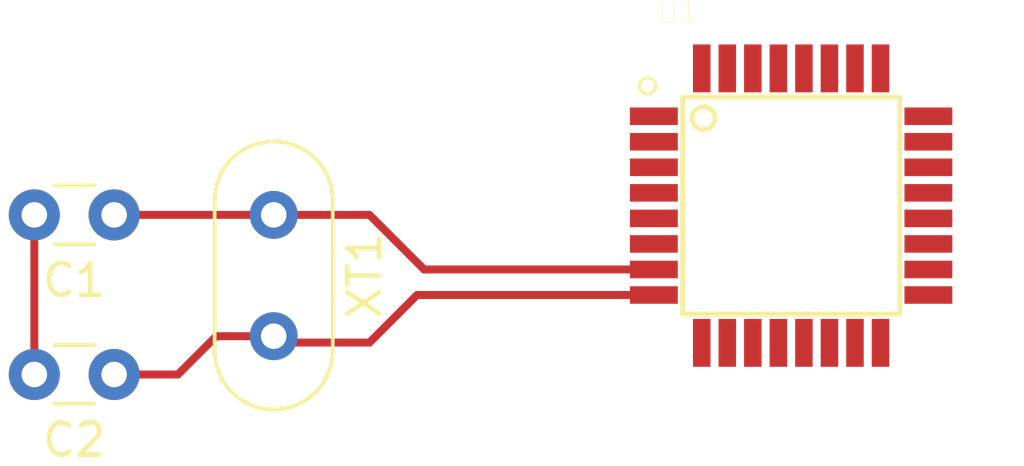
<source format=kicad_pcb>
(kicad_pcb (version 20171130) (host pcbnew "(5.1.5)-3")

  (general
    (thickness 1.6)
    (drawings 0)
    (tracks 12)
    (zones 0)
    (modules 4)
    (nets 31)
  )

  (page A4)
  (layers
    (0 F.Cu signal)
    (31 B.Cu signal)
    (32 B.Adhes user)
    (33 F.Adhes user)
    (34 B.Paste user)
    (35 F.Paste user)
    (36 B.SilkS user)
    (37 F.SilkS user)
    (38 B.Mask user)
    (39 F.Mask user)
    (40 Dwgs.User user)
    (41 Cmts.User user)
    (42 Eco1.User user)
    (43 Eco2.User user)
    (44 Edge.Cuts user)
    (45 Margin user)
    (46 B.CrtYd user)
    (47 F.CrtYd user)
    (48 B.Fab user)
    (49 F.Fab user)
  )

  (setup
    (last_trace_width 0.25)
    (trace_clearance 0.2)
    (zone_clearance 0.508)
    (zone_45_only no)
    (trace_min 0.2)
    (via_size 0.8)
    (via_drill 0.4)
    (via_min_size 0.4)
    (via_min_drill 0.3)
    (uvia_size 0.3)
    (uvia_drill 0.1)
    (uvias_allowed no)
    (uvia_min_size 0.2)
    (uvia_min_drill 0.1)
    (edge_width 0.05)
    (segment_width 0.2)
    (pcb_text_width 0.3)
    (pcb_text_size 1.5 1.5)
    (mod_edge_width 0.12)
    (mod_text_size 1 1)
    (mod_text_width 0.15)
    (pad_size 1.524 1.524)
    (pad_drill 0.762)
    (pad_to_mask_clearance 0.051)
    (solder_mask_min_width 0.25)
    (aux_axis_origin 0 0)
    (visible_elements 7FFFFFFF)
    (pcbplotparams
      (layerselection 0x010fc_ffffffff)
      (usegerberextensions false)
      (usegerberattributes false)
      (usegerberadvancedattributes false)
      (creategerberjobfile false)
      (excludeedgelayer true)
      (linewidth 0.100000)
      (plotframeref false)
      (viasonmask false)
      (mode 1)
      (useauxorigin false)
      (hpglpennumber 1)
      (hpglpenspeed 20)
      (hpglpendiameter 15.000000)
      (psnegative false)
      (psa4output false)
      (plotreference true)
      (plotvalue true)
      (plotinvisibletext false)
      (padsonsilk false)
      (subtractmaskfromsilk false)
      (outputformat 1)
      (mirror false)
      (drillshape 1)
      (scaleselection 1)
      (outputdirectory ""))
  )

  (net 0 "")
  (net 1 "Net-(U1-Pad32)")
  (net 2 "Net-(U1-Pad31)")
  (net 3 "Net-(U1-Pad30)")
  (net 4 "Net-(U1-Pad29)")
  (net 5 "Net-(U1-Pad28)")
  (net 6 "Net-(U1-Pad27)")
  (net 7 "Net-(U1-Pad26)")
  (net 8 "Net-(U1-Pad25)")
  (net 9 "Net-(U1-Pad24)")
  (net 10 "Net-(U1-Pad23)")
  (net 11 "Net-(U1-Pad22)")
  (net 12 "Net-(U1-Pad21)")
  (net 13 "Net-(U1-Pad20)")
  (net 14 "Net-(U1-Pad19)")
  (net 15 "Net-(U1-Pad18)")
  (net 16 "Net-(U1-Pad17)")
  (net 17 "Net-(U1-Pad16)")
  (net 18 "Net-(U1-Pad15)")
  (net 19 "Net-(U1-Pad14)")
  (net 20 "Net-(U1-Pad13)")
  (net 21 "Net-(U1-Pad12)")
  (net 22 "Net-(U1-Pad11)")
  (net 23 "Net-(U1-Pad10)")
  (net 24 "Net-(U1-Pad9)")
  (net 25 "Net-(U1-Pad4)")
  (net 26 "Net-(U1-Pad2)")
  (net 27 "Net-(U1-Pad1)")
  (net 28 GND)
  (net 29 "Net-(C1-Pad1)")
  (net 30 "Net-(C2-Pad1)")

  (net_class Default "This is the default net class."
    (clearance 0.2)
    (trace_width 0.25)
    (via_dia 0.8)
    (via_drill 0.4)
    (uvia_dia 0.3)
    (uvia_drill 0.1)
    (add_net GND)
    (add_net "Net-(C1-Pad1)")
    (add_net "Net-(C2-Pad1)")
    (add_net "Net-(U1-Pad1)")
    (add_net "Net-(U1-Pad10)")
    (add_net "Net-(U1-Pad11)")
    (add_net "Net-(U1-Pad12)")
    (add_net "Net-(U1-Pad13)")
    (add_net "Net-(U1-Pad14)")
    (add_net "Net-(U1-Pad15)")
    (add_net "Net-(U1-Pad16)")
    (add_net "Net-(U1-Pad17)")
    (add_net "Net-(U1-Pad18)")
    (add_net "Net-(U1-Pad19)")
    (add_net "Net-(U1-Pad2)")
    (add_net "Net-(U1-Pad20)")
    (add_net "Net-(U1-Pad21)")
    (add_net "Net-(U1-Pad22)")
    (add_net "Net-(U1-Pad23)")
    (add_net "Net-(U1-Pad24)")
    (add_net "Net-(U1-Pad25)")
    (add_net "Net-(U1-Pad26)")
    (add_net "Net-(U1-Pad27)")
    (add_net "Net-(U1-Pad28)")
    (add_net "Net-(U1-Pad29)")
    (add_net "Net-(U1-Pad30)")
    (add_net "Net-(U1-Pad31)")
    (add_net "Net-(U1-Pad32)")
    (add_net "Net-(U1-Pad4)")
    (add_net "Net-(U1-Pad9)")
  )

  (module Crystal:Crystal_HC52-U_Vertical (layer F.Cu) (tedit 5A1AD3B8) (tstamp 5F0E2686)
    (at 140 93 270)
    (descr "Crystal THT HC-52/U, http://www.kvg-gmbh.de/assets/uploads/files/product_pdfs/XS71xx.pdf")
    (tags "THT crystal HC-52/U")
    (path /5F0DD00C)
    (fp_text reference XT1 (at 1.9 -2.85 90) (layer F.SilkS)
      (effects (font (size 1 1) (thickness 0.15)))
    )
    (fp_text value Crystal (at 1.9 2.85 90) (layer F.Fab)
      (effects (font (size 1 1) (thickness 0.15)))
    )
    (fp_arc (start 4.25 0) (end 4.25 -1.85) (angle 180) (layer F.SilkS) (width 0.12))
    (fp_arc (start -0.45 0) (end -0.45 -1.85) (angle -180) (layer F.SilkS) (width 0.12))
    (fp_arc (start 4.25 0) (end 4.25 -1.15) (angle 180) (layer F.Fab) (width 0.1))
    (fp_arc (start -0.45 0) (end -0.45 -1.15) (angle -180) (layer F.Fab) (width 0.1))
    (fp_arc (start 4.25 0) (end 4.25 -1.65) (angle 180) (layer F.Fab) (width 0.1))
    (fp_arc (start -0.45 0) (end -0.45 -1.65) (angle -180) (layer F.Fab) (width 0.1))
    (fp_line (start 6.4 -2.1) (end -2.6 -2.1) (layer F.CrtYd) (width 0.05))
    (fp_line (start 6.4 2.1) (end 6.4 -2.1) (layer F.CrtYd) (width 0.05))
    (fp_line (start -2.6 2.1) (end 6.4 2.1) (layer F.CrtYd) (width 0.05))
    (fp_line (start -2.6 -2.1) (end -2.6 2.1) (layer F.CrtYd) (width 0.05))
    (fp_line (start -0.45 1.85) (end 4.25 1.85) (layer F.SilkS) (width 0.12))
    (fp_line (start -0.45 -1.85) (end 4.25 -1.85) (layer F.SilkS) (width 0.12))
    (fp_line (start -0.45 1.15) (end 4.25 1.15) (layer F.Fab) (width 0.1))
    (fp_line (start -0.45 -1.15) (end 4.25 -1.15) (layer F.Fab) (width 0.1))
    (fp_line (start -0.45 1.65) (end 4.25 1.65) (layer F.Fab) (width 0.1))
    (fp_line (start -0.45 -1.65) (end 4.25 -1.65) (layer F.Fab) (width 0.1))
    (fp_text user %R (at 1.9 0 90) (layer F.Fab)
      (effects (font (size 1 1) (thickness 0.15)))
    )
    (pad 2 thru_hole circle (at 3.8 0 270) (size 1.5 1.5) (drill 0.8) (layers *.Cu *.Mask)
      (net 30 "Net-(C2-Pad1)"))
    (pad 1 thru_hole circle (at 0 0 270) (size 1.5 1.5) (drill 0.8) (layers *.Cu *.Mask)
      (net 29 "Net-(C1-Pad1)"))
    (model ${KISYS3DMOD}/Crystal.3dshapes/Crystal_HC52-U_Vertical.wrl
      (at (xyz 0 0 0))
      (scale (xyz 1 1 1))
      (rotate (xyz 0 0 0))
    )
  )

  (module Capacitor_THT:C_Disc_D3.0mm_W1.6mm_P2.50mm (layer F.Cu) (tedit 5AE50EF0) (tstamp 5F0E25D5)
    (at 135 98 180)
    (descr "C, Disc series, Radial, pin pitch=2.50mm, , diameter*width=3.0*1.6mm^2, Capacitor, http://www.vishay.com/docs/45233/krseries.pdf")
    (tags "C Disc series Radial pin pitch 2.50mm  diameter 3.0mm width 1.6mm Capacitor")
    (path /5F0DECE8)
    (fp_text reference C2 (at 1.25 -2.05) (layer F.SilkS)
      (effects (font (size 1 1) (thickness 0.15)))
    )
    (fp_text value 22pF (at 1.25 2.05) (layer F.Fab)
      (effects (font (size 1 1) (thickness 0.15)))
    )
    (fp_text user %R (at 1.25 0) (layer F.Fab)
      (effects (font (size 0.6 0.6) (thickness 0.09)))
    )
    (fp_line (start 3.55 -1.05) (end -1.05 -1.05) (layer F.CrtYd) (width 0.05))
    (fp_line (start 3.55 1.05) (end 3.55 -1.05) (layer F.CrtYd) (width 0.05))
    (fp_line (start -1.05 1.05) (end 3.55 1.05) (layer F.CrtYd) (width 0.05))
    (fp_line (start -1.05 -1.05) (end -1.05 1.05) (layer F.CrtYd) (width 0.05))
    (fp_line (start 0.621 0.92) (end 1.879 0.92) (layer F.SilkS) (width 0.12))
    (fp_line (start 0.621 -0.92) (end 1.879 -0.92) (layer F.SilkS) (width 0.12))
    (fp_line (start 2.75 -0.8) (end -0.25 -0.8) (layer F.Fab) (width 0.1))
    (fp_line (start 2.75 0.8) (end 2.75 -0.8) (layer F.Fab) (width 0.1))
    (fp_line (start -0.25 0.8) (end 2.75 0.8) (layer F.Fab) (width 0.1))
    (fp_line (start -0.25 -0.8) (end -0.25 0.8) (layer F.Fab) (width 0.1))
    (pad 2 thru_hole circle (at 2.5 0 180) (size 1.6 1.6) (drill 0.8) (layers *.Cu *.Mask)
      (net 28 GND))
    (pad 1 thru_hole circle (at 0 0 180) (size 1.6 1.6) (drill 0.8) (layers *.Cu *.Mask)
      (net 30 "Net-(C2-Pad1)"))
    (model ${KISYS3DMOD}/Capacitor_THT.3dshapes/C_Disc_D3.0mm_W1.6mm_P2.50mm.wrl
      (at (xyz 0 0 0))
      (scale (xyz 1 1 1))
      (rotate (xyz 0 0 0))
    )
  )

  (module Capacitor_THT:C_Disc_D3.0mm_W1.6mm_P2.50mm (layer F.Cu) (tedit 5AE50EF0) (tstamp 5F0E25C4)
    (at 135 93 180)
    (descr "C, Disc series, Radial, pin pitch=2.50mm, , diameter*width=3.0*1.6mm^2, Capacitor, http://www.vishay.com/docs/45233/krseries.pdf")
    (tags "C Disc series Radial pin pitch 2.50mm  diameter 3.0mm width 1.6mm Capacitor")
    (path /5F0DE508)
    (fp_text reference C1 (at 1.25 -2.05) (layer F.SilkS)
      (effects (font (size 1 1) (thickness 0.15)))
    )
    (fp_text value 22pF (at 1.25 2.05) (layer F.Fab)
      (effects (font (size 1 1) (thickness 0.15)))
    )
    (fp_text user %R (at 1.25 0) (layer F.Fab)
      (effects (font (size 0.6 0.6) (thickness 0.09)))
    )
    (fp_line (start 3.55 -1.05) (end -1.05 -1.05) (layer F.CrtYd) (width 0.05))
    (fp_line (start 3.55 1.05) (end 3.55 -1.05) (layer F.CrtYd) (width 0.05))
    (fp_line (start -1.05 1.05) (end 3.55 1.05) (layer F.CrtYd) (width 0.05))
    (fp_line (start -1.05 -1.05) (end -1.05 1.05) (layer F.CrtYd) (width 0.05))
    (fp_line (start 0.621 0.92) (end 1.879 0.92) (layer F.SilkS) (width 0.12))
    (fp_line (start 0.621 -0.92) (end 1.879 -0.92) (layer F.SilkS) (width 0.12))
    (fp_line (start 2.75 -0.8) (end -0.25 -0.8) (layer F.Fab) (width 0.1))
    (fp_line (start 2.75 0.8) (end 2.75 -0.8) (layer F.Fab) (width 0.1))
    (fp_line (start -0.25 0.8) (end 2.75 0.8) (layer F.Fab) (width 0.1))
    (fp_line (start -0.25 -0.8) (end -0.25 0.8) (layer F.Fab) (width 0.1))
    (pad 2 thru_hole circle (at 2.5 0 180) (size 1.6 1.6) (drill 0.8) (layers *.Cu *.Mask)
      (net 28 GND))
    (pad 1 thru_hole circle (at 0 0 180) (size 1.6 1.6) (drill 0.8) (layers *.Cu *.Mask)
      (net 29 "Net-(C1-Pad1)"))
    (model ${KISYS3DMOD}/Capacitor_THT.3dshapes/C_Disc_D3.0mm_W1.6mm_P2.50mm.wrl
      (at (xyz 0 0 0))
      (scale (xyz 1 1 1))
      (rotate (xyz 0 0 0))
    )
  )

  (module Package_QFP:QFP80P900X900X120-32N (layer F.Cu) (tedit 5F0CA32D) (tstamp 5F0CA863)
    (at 156.21 92.71)
    (path /5F0CA6ED)
    (fp_text reference U1 (at -3.54484 -6.040426) (layer F.SilkS)
      (effects (font (size 0.64149 0.64149) (thickness 0.015)))
    )
    (fp_text value ATMEGA328P-ANR (at 3.01691 6.11396) (layer F.Fab)
      (effects (font (size 0.641087 0.641087) (thickness 0.015)))
    )
    (fp_circle (center -4.5 -3.75) (end -4.246 -3.75) (layer F.SilkS) (width 0.1))
    (fp_line (start -5.5 -5.5) (end -5.5 5.5) (layer F.CrtYd) (width 0.05))
    (fp_line (start 5.5 -5.5) (end -5.5 -5.5) (layer F.CrtYd) (width 0.05))
    (fp_line (start 5.5 5.5) (end 5.5 -5.5) (layer F.CrtYd) (width 0.05))
    (fp_line (start -5.5 5.5) (end 5.5 5.5) (layer F.CrtYd) (width 0.05))
    (fp_poly (pts (xy -3.03523 -4.4966) (xy -2.5714 -4.4966) (xy -2.5714 -3.51368) (xy -3.03523 -3.51368)) (layer F.Fab) (width 0.01))
    (fp_poly (pts (xy -2.22981 -4.4966) (xy -1.7714 -4.4966) (xy -1.7714 -3.5079) (xy -2.22981 -3.5079)) (layer F.Fab) (width 0.01))
    (fp_poly (pts (xy -1.43175 -4.4966) (xy -0.9714 -4.4966) (xy -0.9714 -3.51372) (xy -1.43175 -3.51372)) (layer F.Fab) (width 0.01))
    (fp_poly (pts (xy -0.629816 -4.4966) (xy -0.1714 -4.4966) (xy -0.1714 -3.51279) (xy -0.629816 -3.51279)) (layer F.Fab) (width 0.01))
    (fp_poly (pts (xy 0.171692 -4.4966) (xy 0.6286 -4.4966) (xy 0.6286 -3.51198) (xy 0.171692 -3.51198)) (layer F.Fab) (width 0.01))
    (fp_poly (pts (xy 0.973177 -4.4966) (xy 1.4286 -4.4966) (xy 1.4286 -3.51242) (xy 0.973177 -3.51242)) (layer F.Fab) (width 0.01))
    (fp_poly (pts (xy 1.77352 -4.4966) (xy 2.2286 -4.4966) (xy 2.2286 -3.5102) (xy 1.77352 -3.5102)) (layer F.Fab) (width 0.01))
    (fp_poly (pts (xy 2.57283 -4.4966) (xy 3.0286 -4.4966) (xy 3.0286 -3.50795) (xy 2.57283 -3.50795)) (layer F.Fab) (width 0.01))
    (fp_poly (pts (xy 3.50918 -3.0286) (xy 4.4966 -3.0286) (xy 4.4966 -2.57373) (xy 3.50918 -2.57373)) (layer F.Fab) (width 0.01))
    (fp_poly (pts (xy 3.51175 -2.2286) (xy 4.4966 -2.2286) (xy 4.4966 -1.7743) (xy 3.51175 -1.7743)) (layer F.Fab) (width 0.01))
    (fp_poly (pts (xy 3.51256 -1.4286) (xy 4.4966 -1.4286) (xy 4.4966 -0.973218) (xy 3.51256 -0.973218)) (layer F.Fab) (width 0.01))
    (fp_poly (pts (xy 3.51265 -0.6286) (xy 4.4966 -0.6286) (xy 4.4966 -0.171725) (xy 3.51265 -0.171725)) (layer F.Fab) (width 0.01))
    (fp_poly (pts (xy 3.51266 0.1714) (xy 4.4966 0.1714) (xy 4.4966 0.629793) (xy 3.51266 0.629793)) (layer F.Fab) (width 0.01))
    (fp_poly (pts (xy 3.51719 0.9714) (xy 4.4966 0.9714) (xy 4.4966 1.43316) (xy 3.51719 1.43316)) (layer F.Fab) (width 0.01))
    (fp_poly (pts (xy 3.51315 1.7714) (xy 4.4966 1.7714) (xy 4.4966 2.23315) (xy 3.51315 2.23315)) (layer F.Fab) (width 0.01))
    (fp_poly (pts (xy 3.5106 2.5714) (xy 4.4966 2.5714) (xy 4.4966 3.03258) (xy 3.5106 3.03258)) (layer F.Fab) (width 0.01))
    (fp_poly (pts (xy 2.57367 3.506) (xy 3.0286 3.506) (xy 3.0286 4.50057) (xy 2.57367 4.50057)) (layer F.Fab) (width 0.01))
    (fp_poly (pts (xy 1.77689 3.506) (xy 2.2286 3.506) (xy 2.2286 4.51055) (xy 1.77689 4.51055)) (layer F.Fab) (width 0.01))
    (fp_poly (pts (xy 0.973587 3.506) (xy 1.4286 3.506) (xy 1.4286 4.50673) (xy 0.973587 4.50673)) (layer F.Fab) (width 0.01))
    (fp_poly (pts (xy 0.171724 3.506) (xy 0.6286 3.506) (xy 0.6286 4.5051) (xy 0.171724 4.5051)) (layer F.Fab) (width 0.01))
    (fp_poly (pts (xy -0.629337 3.506) (xy -0.1714 3.506) (xy -0.1714 4.50188) (xy -0.629337 4.50188)) (layer F.Fab) (width 0.01))
    (fp_poly (pts (xy -1.4323 3.506) (xy -0.9714 3.506) (xy -0.9714 4.50824) (xy -1.4323 4.50824)) (layer F.Fab) (width 0.01))
    (fp_poly (pts (xy -2.23089 3.506) (xy -1.7714 3.506) (xy -1.7714 4.50122) (xy -2.23089 4.50122)) (layer F.Fab) (width 0.01))
    (fp_poly (pts (xy -3.03582 3.506) (xy -2.5714 3.506) (xy -2.5714 4.50732) (xy -3.03582 4.50732)) (layer F.Fab) (width 0.01))
    (fp_poly (pts (xy -4.49966 2.5714) (xy -3.506 2.5714) (xy -3.506 3.03066) (xy -4.49966 3.03066)) (layer F.Fab) (width 0.01))
    (fp_poly (pts (xy -4.51406 1.7714) (xy -3.506 1.7714) (xy -3.506 2.23726) (xy -4.51406 2.23726)) (layer F.Fab) (width 0.01))
    (fp_poly (pts (xy -4.50606 0.9714) (xy -3.506 0.9714) (xy -3.506 1.43161) (xy -4.50606 1.43161)) (layer F.Fab) (width 0.01))
    (fp_poly (pts (xy -4.50623 0.1714) (xy -3.506 0.1714) (xy -3.506 0.629946) (xy -4.50623 0.629946)) (layer F.Fab) (width 0.01))
    (fp_poly (pts (xy -4.5014 -0.6286) (xy -3.506 -0.6286) (xy -3.506 -0.171583) (xy -4.5014 -0.171583)) (layer F.Fab) (width 0.01))
    (fp_poly (pts (xy -4.50225 -1.4286) (xy -3.506 -1.4286) (xy -3.506 -0.97262) (xy -4.50225 -0.97262)) (layer F.Fab) (width 0.01))
    (fp_poly (pts (xy -4.50781 -2.2286) (xy -3.506 -2.2286) (xy -3.506 -1.77582) (xy -4.50781 -1.77582)) (layer F.Fab) (width 0.01))
    (fp_poly (pts (xy -4.51083 -3.0286) (xy -3.506 -3.0286) (xy -3.506 -2.57954) (xy -4.51083 -2.57954)) (layer F.Fab) (width 0.01))
    (fp_circle (center -2.7432 -2.7432) (end -2.384 -2.7432) (layer F.SilkS) (width 0.1524))
    (fp_line (start -3.4 -3.4) (end 3.4 -3.4) (layer F.SilkS) (width 0.1524))
    (fp_line (start -3.4 3.4) (end -3.4 -3.4) (layer F.SilkS) (width 0.1524))
    (fp_line (start 3.4 3.4) (end -3.4 3.4) (layer F.SilkS) (width 0.1524))
    (fp_line (start 3.4 -3.4) (end 3.4 3.4) (layer F.SilkS) (width 0.1524))
    (pad 32 smd rect (at -2.8 -4.3) (size 0.55 1.5) (layers F.Cu F.Paste F.Mask)
      (net 1 "Net-(U1-Pad32)"))
    (pad 31 smd rect (at -2 -4.3) (size 0.55 1.5) (layers F.Cu F.Paste F.Mask)
      (net 2 "Net-(U1-Pad31)"))
    (pad 30 smd rect (at -1.2 -4.3) (size 0.55 1.5) (layers F.Cu F.Paste F.Mask)
      (net 3 "Net-(U1-Pad30)"))
    (pad 29 smd rect (at -0.4 -4.3) (size 0.55 1.5) (layers F.Cu F.Paste F.Mask)
      (net 4 "Net-(U1-Pad29)"))
    (pad 28 smd rect (at 0.4 -4.3) (size 0.55 1.5) (layers F.Cu F.Paste F.Mask)
      (net 5 "Net-(U1-Pad28)"))
    (pad 27 smd rect (at 1.2 -4.3) (size 0.55 1.5) (layers F.Cu F.Paste F.Mask)
      (net 6 "Net-(U1-Pad27)"))
    (pad 26 smd rect (at 2 -4.3) (size 0.55 1.5) (layers F.Cu F.Paste F.Mask)
      (net 7 "Net-(U1-Pad26)"))
    (pad 25 smd rect (at 2.8 -4.3) (size 0.55 1.5) (layers F.Cu F.Paste F.Mask)
      (net 8 "Net-(U1-Pad25)"))
    (pad 24 smd rect (at 4.3 -2.8) (size 1.5 0.55) (layers F.Cu F.Paste F.Mask)
      (net 9 "Net-(U1-Pad24)"))
    (pad 23 smd rect (at 4.3 -2) (size 1.5 0.55) (layers F.Cu F.Paste F.Mask)
      (net 10 "Net-(U1-Pad23)"))
    (pad 22 smd rect (at 4.3 -1.2) (size 1.5 0.55) (layers F.Cu F.Paste F.Mask)
      (net 11 "Net-(U1-Pad22)"))
    (pad 21 smd rect (at 4.3 -0.4) (size 1.5 0.55) (layers F.Cu F.Paste F.Mask)
      (net 12 "Net-(U1-Pad21)"))
    (pad 20 smd rect (at 4.3 0.4) (size 1.5 0.55) (layers F.Cu F.Paste F.Mask)
      (net 13 "Net-(U1-Pad20)"))
    (pad 19 smd rect (at 4.3 1.2) (size 1.5 0.55) (layers F.Cu F.Paste F.Mask)
      (net 14 "Net-(U1-Pad19)"))
    (pad 18 smd rect (at 4.3 2) (size 1.5 0.55) (layers F.Cu F.Paste F.Mask)
      (net 15 "Net-(U1-Pad18)"))
    (pad 17 smd rect (at 4.3 2.8) (size 1.5 0.55) (layers F.Cu F.Paste F.Mask)
      (net 16 "Net-(U1-Pad17)"))
    (pad 16 smd rect (at 2.8 4.3) (size 0.55 1.5) (layers F.Cu F.Paste F.Mask)
      (net 17 "Net-(U1-Pad16)"))
    (pad 15 smd rect (at 2 4.3) (size 0.55 1.5) (layers F.Cu F.Paste F.Mask)
      (net 18 "Net-(U1-Pad15)"))
    (pad 14 smd rect (at 1.2 4.3) (size 0.55 1.5) (layers F.Cu F.Paste F.Mask)
      (net 19 "Net-(U1-Pad14)"))
    (pad 13 smd rect (at 0.4 4.3) (size 0.55 1.5) (layers F.Cu F.Paste F.Mask)
      (net 20 "Net-(U1-Pad13)"))
    (pad 12 smd rect (at -0.4 4.3) (size 0.55 1.5) (layers F.Cu F.Paste F.Mask)
      (net 21 "Net-(U1-Pad12)"))
    (pad 11 smd rect (at -1.2 4.3) (size 0.55 1.5) (layers F.Cu F.Paste F.Mask)
      (net 22 "Net-(U1-Pad11)"))
    (pad 10 smd rect (at -2 4.3) (size 0.55 1.5) (layers F.Cu F.Paste F.Mask)
      (net 23 "Net-(U1-Pad10)"))
    (pad 9 smd rect (at -2.8 4.3) (size 0.55 1.5) (layers F.Cu F.Paste F.Mask)
      (net 24 "Net-(U1-Pad9)"))
    (pad 8 smd rect (at -4.3 2.8) (size 1.5 0.55) (layers F.Cu F.Paste F.Mask)
      (net 30 "Net-(C2-Pad1)"))
    (pad 7 smd rect (at -4.3 2) (size 1.5 0.55) (layers F.Cu F.Paste F.Mask)
      (net 29 "Net-(C1-Pad1)"))
    (pad 6 smd rect (at -4.3 1.2) (size 1.5 0.55) (layers F.Cu F.Paste F.Mask)
      (net 25 "Net-(U1-Pad4)"))
    (pad 5 smd rect (at -4.3 0.4) (size 1.5 0.55) (layers F.Cu F.Paste F.Mask)
      (net 12 "Net-(U1-Pad21)"))
    (pad 4 smd rect (at -4.3 -0.4) (size 1.5 0.55) (layers F.Cu F.Paste F.Mask)
      (net 25 "Net-(U1-Pad4)"))
    (pad 3 smd rect (at -4.3 -1.2) (size 1.5 0.55) (layers F.Cu F.Paste F.Mask)
      (net 12 "Net-(U1-Pad21)"))
    (pad 2 smd rect (at -4.3 -2) (size 1.5 0.55) (layers F.Cu F.Paste F.Mask)
      (net 26 "Net-(U1-Pad2)"))
    (pad 1 smd rect (at -4.3 -2.8) (size 1.5 0.55) (layers F.Cu F.Paste F.Mask)
      (net 27 "Net-(U1-Pad1)"))
  )

  (segment (start 132.5 93) (end 132.5 98) (width 0.25) (layer F.Cu) (net 28))
  (segment (start 151.91 94.71) (end 144.71 94.71) (width 0.25) (layer F.Cu) (net 29))
  (segment (start 144.71 94.71) (end 143 93) (width 0.25) (layer F.Cu) (net 29))
  (segment (start 143 93) (end 140 93) (width 0.25) (layer F.Cu) (net 29))
  (segment (start 140 93) (end 135 93) (width 0.25) (layer F.Cu) (net 29))
  (segment (start 143 97) (end 140.2 97) (width 0.25) (layer F.Cu) (net 30))
  (segment (start 151.91 95.51) (end 144.49 95.51) (width 0.25) (layer F.Cu) (net 30))
  (segment (start 140.2 97) (end 140 96.8) (width 0.25) (layer F.Cu) (net 30))
  (segment (start 144.49 95.51) (end 143 97) (width 0.25) (layer F.Cu) (net 30))
  (segment (start 140 96.8) (end 138.2 96.8) (width 0.25) (layer F.Cu) (net 30))
  (segment (start 137 98) (end 135 98) (width 0.25) (layer F.Cu) (net 30))
  (segment (start 138.2 96.8) (end 137 98) (width 0.25) (layer F.Cu) (net 30))

)

</source>
